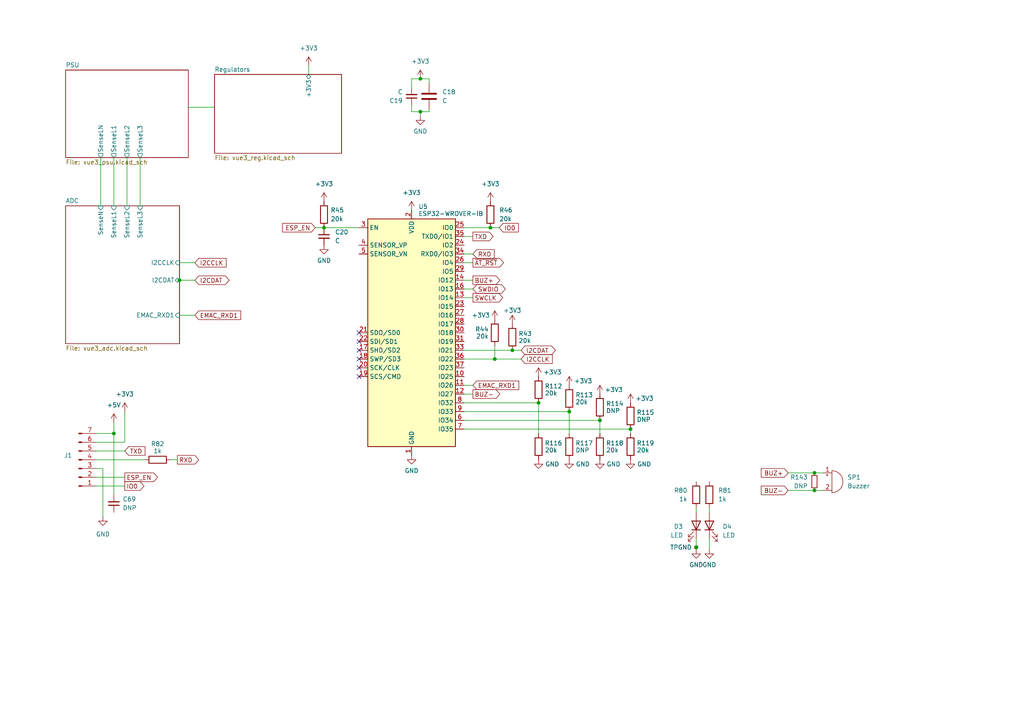
<source format=kicad_sch>
(kicad_sch (version 20230121) (generator eeschema)
  (paper "A4")
  (lib_symbols
    (symbol "Connector:Conn_01x07_Male" (pin_names (offset 1.016) hide)
      (property "Reference" "J" (at 0 10.16 0))
      (property "Value" "Conn_01x07_Male" (at 0 -10.16 0))
      (symbol "Conn_01x07_Male_1_1"
        (polyline (pts (xy 1.27 -7.62) (xy 0.8636 -7.62)) (stroke (width 0.1524)))
        (polyline (pts (xy 1.27 -5.08) (xy 0.8636 -5.08)) (stroke (width 0.1524)))
        (polyline (pts (xy 1.27 -2.54) (xy 0.8636 -2.54)) (stroke (width 0.1524)))
        (polyline (pts (xy 1.27 0) (xy 0.8636 0)) (stroke (width 0.1524)))
        (polyline (pts (xy 1.27 2.54) (xy 0.8636 2.54)) (stroke (width 0.1524)))
        (polyline (pts (xy 1.27 5.08) (xy 0.8636 5.08)) (stroke (width 0.1524)))
        (polyline (pts (xy 1.27 7.62) (xy 0.8636 7.62)) (stroke (width 0.1524)))
        (rectangle (start 0.8636 -7.493) (end 0 -7.747) (stroke (width 0.1524)) (fill (type outline)))
        (rectangle (start 0.8636 -4.953) (end 0 -5.207) (stroke (width 0.1524)) (fill (type outline)))
        (rectangle (start 0.8636 -2.413) (end 0 -2.667) (stroke (width 0.1524)) (fill (type outline)))
        (rectangle (start 0.8636 0.127) (end 0 -0.127) (stroke (width 0.1524)) (fill (type outline)))
        (rectangle (start 0.8636 2.667) (end 0 2.413) (stroke (width 0.1524)) (fill (type outline)))
        (rectangle (start 0.8636 5.207) (end 0 4.953) (stroke (width 0.1524)) (fill (type outline)))
        (rectangle (start 0.8636 7.747) (end 0 7.493) (stroke (width 0.1524)) (fill (type outline)))
        (pin passive line (at 5.08 7.62 180) (length 3.81) (name "Pin_1") (number "1"))
        (pin passive line (at 5.08 5.08 180) (length 3.81) (name "Pin_2") (number "2"))
        (pin passive line (at 5.08 2.54 180) (length 3.81) (name "Pin_3") (number "3"))
        (pin passive line (at 5.08 0 180) (length 3.81) (name "Pin_4") (number "4"))
        (pin passive line (at 5.08 -2.54 180) (length 3.81) (name "Pin_5") (number "5"))
        (pin passive line (at 5.08 -5.08 180) (length 3.81) (name "Pin_6") (number "6"))
        (pin passive line (at 5.08 -7.62 180) (length 3.81) (name "Pin_7") (number "7"))
      )
    )
    (symbol "Connector:TestPoint_Small" (pin_numbers hide) (pin_names (offset 0.762) hide)
      (property "Reference" "TP" (at 0 3.81 0))
      (property "Value" "TestPoint_Small" (at 0 2.032 0))
      (symbol "TestPoint_Small_0_1"
        (circle (center 0 0) (radius 0.508))
      )
      (symbol "TestPoint_Small_1_1"
        (pin passive line (at 0 0 90) (length 0) (name "1") (number "1"))
      )
    )
    (symbol "Device:Buzzer" (pin_names (offset 0.0254) hide)
      (property "Reference" "BZ" (at 3.81 1.27 0))
      (property "Value" "Buzzer" (at 3.81 -1.27 0))
      (symbol "Buzzer_0_1"
        (arc (start 0 -3.175) (mid 3.1612 0) (end 0 3.175))
        (polyline (pts (xy -1.651 1.905) (xy -1.143 1.905)))
        (polyline (pts (xy -1.397 2.159) (xy -1.397 1.651)))
        (polyline (pts (xy 0 3.175) (xy 0 -3.175)))
      )
      (symbol "Buzzer_1_1"
        (pin passive line (at -2.54 2.54 0) (length 2.54) (name "-") (number "1"))
        (pin passive line (at -2.54 -2.54 0) (length 2.54) (name "+") (number "2"))
      )
    )
    (symbol "Device:C" (pin_numbers hide) (pin_names (offset 0.254))
      (property "Reference" "C" (at 0.635 2.54 0))
      (property "Value" "C" (at 0.635 -2.54 0))
      (symbol "C_0_1"
        (polyline (pts (xy -2.032 -0.762) (xy 2.032 -0.762)) (stroke (width 0.508)))
        (polyline (pts (xy -2.032 0.762) (xy 2.032 0.762)) (stroke (width 0.508)))
      )
      (symbol "C_1_1"
        (pin passive line (at 0 3.81 270) (length 2.794) (name "~") (number "1"))
        (pin passive line (at 0 -3.81 90) (length 2.794) (name "~") (number "2"))
      )
    )
    (symbol "Device:C_Small" (pin_numbers hide) (pin_names (offset 0.254) hide)
      (property "Reference" "C" (at 0.254 1.778 0))
      (property "Value" "C_Small" (at 0.254 -2.032 0))
      (symbol "C_Small_0_1"
        (polyline (pts (xy -1.524 -0.508) (xy 1.524 -0.508)) (stroke (width 0.3302)))
        (polyline (pts (xy -1.524 0.508) (xy 1.524 0.508)) (stroke (width 0.3048)))
      )
      (symbol "C_Small_1_1"
        (pin passive line (at 0 2.54 270) (length 2.032) (name "~") (number "1"))
        (pin passive line (at 0 -2.54 90) (length 2.032) (name "~") (number "2"))
      )
    )
    (symbol "Device:LED" (pin_numbers hide) (pin_names (offset 1.016) hide)
      (property "Reference" "D" (at 0 2.54 0))
      (property "Value" "LED" (at 0 -2.54 0))
      (symbol "LED_0_1"
        (polyline (pts (xy -1.27 -1.27) (xy -1.27 1.27)) (stroke (width 0.254)))
        (polyline (pts (xy -1.27 0) (xy 1.27 0)))
        (polyline (pts (xy 1.27 -1.27) (xy 1.27 1.27) (xy -1.27 0) (xy 1.27 -1.27)) (stroke (width 0.254)))
        (polyline (pts (xy -3.048 -0.762) (xy -4.572 -2.286) (xy -3.81 -2.286) (xy -4.572 -2.286) (xy -4.572 -1.524)))
        (polyline (pts (xy -1.778 -0.762) (xy -3.302 -2.286) (xy -2.54 -2.286) (xy -3.302 -2.286) (xy -3.302 -1.524)))
      )
      (symbol "LED_1_1"
        (pin passive line (at -3.81 0 0) (length 2.54) (name "K") (number "1"))
        (pin passive line (at 3.81 0 180) (length 2.54) (name "A") (number "2"))
      )
    )
    (symbol "Device:R" (pin_numbers hide) (pin_names (offset 0))
      (property "Reference" "R" (at 2.032 0 90))
      (property "Value" "R" (at 0 0 90))
      (symbol "R_0_1"
        (rectangle (start -1.016 -2.54) (end 1.016 2.54) (stroke (width 0.254)))
      )
      (symbol "R_1_1"
        (pin passive line (at 0 3.81 270) (length 1.27) (name "~") (number "1"))
        (pin passive line (at 0 -3.81 90) (length 1.27) (name "~") (number "2"))
      )
    )
    (symbol "Device:R_Small" (pin_numbers hide) (pin_names (offset 0.254) hide)
      (property "Reference" "R" (at 0.762 0.508 0))
      (property "Value" "R_Small" (at 0.762 -1.016 0))
      (symbol "R_Small_0_1"
        (rectangle (start -0.762 1.778) (end 0.762 -1.778) (stroke (width 0.2032)))
      )
      (symbol "R_Small_1_1"
        (pin passive line (at 0 2.54 270) (length 0.762) (name "~") (number "1"))
        (pin passive line (at 0 -2.54 90) (length 0.762) (name "~") (number "2"))
      )
    )
    (symbol "RF_Module:ESP32-WROOM-32"
      (property "Reference" "U" (at -12.7 34.29 0))
      (property "Value" "ESP32-WROOM-32" (at 1.27 34.29 0))
      (symbol "ESP32-WROOM-32_0_1"
        (rectangle (start -12.7 33.02) (end 12.7 -33.02) (stroke (width 0.254)) (fill (type background)))
      )
      (symbol "ESP32-WROOM-32_1_1"
        (pin power_in line (at 0 -35.56 90) (length 2.54) (name "GND") (number "1"))
        (pin bidirectional line (at 15.24 -12.7 180) (length 2.54) (name "IO25") (number "10"))
        (pin bidirectional line (at 15.24 -15.24 180) (length 2.54) (name "IO26") (number "11"))
        (pin bidirectional line (at 15.24 -17.78 180) (length 2.54) (name "IO27") (number "12"))
        (pin bidirectional line (at 15.24 10.16 180) (length 2.54) (name "IO14") (number "13"))
        (pin bidirectional line (at 15.24 15.24 180) (length 2.54) (name "IO12") (number "14"))
        (pin passive line (at 0 -35.56 90) (length 2.54) hide (name "GND") (number "15"))
        (pin bidirectional line (at 15.24 12.7 180) (length 2.54) (name "IO13") (number "16"))
        (pin bidirectional line (at -15.24 -5.08 0) (length 2.54) (name "SHD/SD2") (number "17"))
        (pin bidirectional line (at -15.24 -7.62 0) (length 2.54) (name "SWP/SD3") (number "18"))
        (pin bidirectional line (at -15.24 -12.7 0) (length 2.54) (name "SCS/CMD") (number "19"))
        (pin power_in line (at 0 35.56 270) (length 2.54) (name "VDD") (number "2"))
        (pin bidirectional line (at -15.24 -10.16 0) (length 2.54) (name "SCK/CLK") (number "20"))
        (pin bidirectional line (at -15.24 0 0) (length 2.54) (name "SDO/SD0") (number "21"))
        (pin bidirectional line (at -15.24 -2.54 0) (length 2.54) (name "SDI/SD1") (number "22"))
        (pin bidirectional line (at 15.24 7.62 180) (length 2.54) (name "IO15") (number "23"))
        (pin bidirectional line (at 15.24 25.4 180) (length 2.54) (name "IO2") (number "24"))
        (pin bidirectional line (at 15.24 30.48 180) (length 2.54) (name "IO0") (number "25"))
        (pin bidirectional line (at 15.24 20.32 180) (length 2.54) (name "IO4") (number "26"))
        (pin bidirectional line (at 15.24 5.08 180) (length 2.54) (name "IO16") (number "27"))
        (pin bidirectional line (at 15.24 2.54 180) (length 2.54) (name "IO17") (number "28"))
        (pin bidirectional line (at 15.24 17.78 180) (length 2.54) (name "IO5") (number "29"))
        (pin input line (at -15.24 30.48 0) (length 2.54) (name "EN") (number "3"))
        (pin bidirectional line (at 15.24 0 180) (length 2.54) (name "IO18") (number "30"))
        (pin bidirectional line (at 15.24 -2.54 180) (length 2.54) (name "IO19") (number "31"))
        (pin no_connect line (at -12.7 -27.94 0) (length 2.54) hide (name "NC") (number "32"))
        (pin bidirectional line (at 15.24 -5.08 180) (length 2.54) (name "IO21") (number "33"))
        (pin bidirectional line (at 15.24 22.86 180) (length 2.54) (name "RXD0/IO3") (number "34"))
        (pin bidirectional line (at 15.24 27.94 180) (length 2.54) (name "TXD0/IO1") (number "35"))
        (pin bidirectional line (at 15.24 -7.62 180) (length 2.54) (name "IO22") (number "36"))
        (pin bidirectional line (at 15.24 -10.16 180) (length 2.54) (name "IO23") (number "37"))
        (pin passive line (at 0 -35.56 90) (length 2.54) hide (name "GND") (number "38"))
        (pin passive line (at 0 -35.56 90) (length 2.54) hide (name "GND") (number "39"))
        (pin input line (at -15.24 25.4 0) (length 2.54) (name "SENSOR_VP") (number "4"))
        (pin input line (at -15.24 22.86 0) (length 2.54) (name "SENSOR_VN") (number "5"))
        (pin input line (at 15.24 -25.4 180) (length 2.54) (name "IO34") (number "6"))
        (pin input line (at 15.24 -27.94 180) (length 2.54) (name "IO35") (number "7"))
        (pin bidirectional line (at 15.24 -20.32 180) (length 2.54) (name "IO32") (number "8"))
        (pin bidirectional line (at 15.24 -22.86 180) (length 2.54) (name "IO33") (number "9"))
      )
    )
    (symbol "power:+3.3V" (power) (pin_names (offset 0))
      (property "Value" "+3.3V" (at 0 3.556 0))
      (symbol "+3.3V_0_1"
        (polyline (pts (xy -0.762 1.27) (xy 0 2.54)))
        (polyline (pts (xy 0 0) (xy 0 2.54)))
        (polyline (pts (xy 0 2.54) (xy 0.762 1.27)))
      )
      (symbol "+3.3V_1_1"
        (pin power_in line (at 0 0 90) (length 0) hide (name "+3V3") (number "1"))
      )
    )
    (symbol "power:+3V3" (power) (pin_names (offset 0))
      (property "Value" "+3V3" (at 0 3.556 0))
      (symbol "+3V3_0_1"
        (polyline (pts (xy -0.762 1.27) (xy 0 2.54)))
        (polyline (pts (xy 0 0) (xy 0 2.54)))
        (polyline (pts (xy 0 2.54) (xy 0.762 1.27)))
      )
      (symbol "+3V3_1_1"
        (pin power_in line (at 0 0 90) (length 0) hide (name "+3V3") (number "1"))
      )
    )
    (symbol "power:+5V" (power) (pin_names (offset 0))
      (property "Value" "+5V" (at 0 3.556 0))
      (symbol "+5V_0_1"
        (polyline (pts (xy -0.762 1.27) (xy 0 2.54)))
        (polyline (pts (xy 0 0) (xy 0 2.54)))
        (polyline (pts (xy 0 2.54) (xy 0.762 1.27)))
      )
      (symbol "+5V_1_1"
        (pin power_in line (at 0 0 90) (length 0) hide (name "+5V") (number "1"))
      )
    )
    (symbol "power:GND" (power) (pin_names (offset 0))
      (property "Value" "GND" (at 0 -3.81 0))
      (symbol "GND_0_1"
        (polyline (pts (xy 0 0) (xy 0 -1.27) (xy 1.27 -1.27) (xy 0 -2.54) (xy -1.27 -1.27) (xy 0 -1.27)))
      )
      (symbol "GND_1_1"
        (pin power_in line (at 0 0 270) (length 0) hide (name "GND") (number "1"))
      )
    )
  )
  (junction (at 148.59 101.6))
  (junction (at 201.93 158.75))
  (junction (at 182.88 124.46))
  (junction (at 52.07 81.28))
  (junction (at 236.22 142.24))
  (junction (at 143.51 104.14))
  (junction (at 121.92 32.385))
  (junction (at 142.24 66.04))
  (junction (at 165.1 119.38))
  (junction (at 93.98 66.04))
  (junction (at 33.02 125.73))
  (junction (at 173.99 121.92))
  (junction (at 236.22 137.16))
  (junction (at 156.21 116.84))
  (junction (at 121.92 22.86))
  (no_connect (at 104.14 101.6))
  (no_connect (at 104.14 99.06))
  (no_connect (at 104.14 104.14))
  (no_connect (at 104.14 96.52))
  (no_connect (at 104.14 106.68))
  (no_connect (at 104.14 109.22))
  (wire (pts (xy 134.62 66.04) (xy 142.24 66.04)))
  (wire (pts (xy 33.02 45.72) (xy 33.02 59.69)))
  (wire (pts (xy 91.44 66.04) (xy 93.98 66.04)))
  (wire (pts (xy 182.88 125.73) (xy 182.88 124.46)))
  (wire (pts (xy 36.83 45.72) (xy 36.83 59.69)))
  (wire (pts (xy 27.94 135.89) (xy 29.845 135.89)))
  (wire (pts (xy 142.24 66.04) (xy 144.78 66.04)))
  (wire (pts (xy 201.93 156.21) (xy 201.93 158.75)))
  (wire (pts (xy 33.02 125.73) (xy 33.02 122.555)))
  (wire (pts (xy 137.16 73.66) (xy 134.62 73.66)))
  (wire (pts (xy 119.38 22.86) (xy 121.92 22.86)))
  (wire (pts (xy 156.21 116.84) (xy 156.21 125.73)))
  (wire (pts (xy 52.07 91.44) (xy 56.515 91.44)))
  (wire (pts (xy 51.435 133.35) (xy 49.53 133.35)))
  (wire (pts (xy 137.16 83.82) (xy 134.62 83.82)))
  (wire (pts (xy 151.13 104.14) (xy 143.51 104.14)))
  (wire (pts (xy 54.61 31.115) (xy 62.23 31.115)))
  (wire (pts (xy 36.195 130.81) (xy 27.94 130.81)))
  (wire (pts (xy 134.62 116.84) (xy 156.21 116.84)))
  (wire (pts (xy 119.38 30.48) (xy 119.38 32.385)))
  (wire (pts (xy 52.07 76.2) (xy 56.515 76.2)))
  (wire (pts (xy 137.16 114.3) (xy 134.62 114.3)))
  (wire (pts (xy 29.845 135.89) (xy 29.845 149.86)))
  (wire (pts (xy 151.13 101.6) (xy 148.59 101.6)))
  (wire (pts (xy 119.38 32.385) (xy 121.92 32.385)))
  (wire (pts (xy 137.16 76.2) (xy 134.62 76.2)))
  (wire (pts (xy 205.74 156.21) (xy 205.74 159.385)))
  (wire (pts (xy 134.62 121.92) (xy 173.99 121.92)))
  (wire (pts (xy 124.46 32.385) (xy 124.46 31.75)))
  (wire (pts (xy 27.94 125.73) (xy 33.02 125.73)))
  (wire (pts (xy 228.6 142.24) (xy 236.22 142.24)))
  (wire (pts (xy 33.02 125.73) (xy 33.02 143.51)))
  (wire (pts (xy 36.195 138.43) (xy 27.94 138.43)))
  (wire (pts (xy 51.435 81.28) (xy 52.07 81.28)))
  (wire (pts (xy 41.91 133.35) (xy 27.94 133.35)))
  (wire (pts (xy 201.93 147.32) (xy 201.93 148.59)))
  (wire (pts (xy 134.62 124.46) (xy 182.88 124.46)))
  (wire (pts (xy 121.92 32.385) (xy 121.92 33.655)))
  (wire (pts (xy 40.64 45.72) (xy 40.64 59.69)))
  (wire (pts (xy 134.62 119.38) (xy 165.1 119.38)))
  (wire (pts (xy 134.62 101.6) (xy 148.59 101.6)))
  (wire (pts (xy 124.46 22.86) (xy 121.92 22.86)))
  (wire (pts (xy 93.98 66.04) (xy 104.14 66.04)))
  (wire (pts (xy 121.92 32.385) (xy 124.46 32.385)))
  (wire (pts (xy 173.99 125.73) (xy 173.99 121.92)))
  (wire (pts (xy 119.38 25.4) (xy 119.38 22.86)))
  (wire (pts (xy 36.195 140.97) (xy 27.94 140.97)))
  (wire (pts (xy 124.46 24.13) (xy 124.46 22.86)))
  (wire (pts (xy 36.195 128.27) (xy 27.94 128.27)))
  (wire (pts (xy 236.22 137.16) (xy 238.76 137.16)))
  (wire (pts (xy 201.93 158.75) (xy 201.93 159.385)))
  (wire (pts (xy 52.07 81.28) (xy 56.515 81.28)))
  (wire (pts (xy 165.1 125.73) (xy 165.1 119.38)))
  (wire (pts (xy 36.195 119.38) (xy 36.195 128.27)))
  (wire (pts (xy 143.51 104.14) (xy 143.51 100.33)))
  (wire (pts (xy 137.16 111.76) (xy 134.62 111.76)))
  (wire (pts (xy 134.62 104.14) (xy 143.51 104.14)))
  (wire (pts (xy 137.16 81.28) (xy 134.62 81.28)))
  (wire (pts (xy 228.6 137.16) (xy 236.22 137.16)))
  (wire (pts (xy 29.21 45.72) (xy 29.21 59.69)))
  (wire (pts (xy 137.16 86.36) (xy 134.62 86.36)))
  (wire (pts (xy 137.16 68.58) (xy 134.62 68.58)))
  (wire (pts (xy 205.74 147.32) (xy 205.74 148.59)))
  (wire (pts (xy 236.22 142.24) (xy 238.76 142.24)))
  (wire (pts (xy 89.535 19.05) (xy 89.535 21.59)))
  (global_label "EMAC_RXD1" (shape input) (at 56.515 91.44 0) (property "Intersheetrefs" "${INTERSHEET_REFS}" (effects hide)))
  (global_label "I2CDAT" (shape bidirectional) (at 56.515 81.28 0) (property "Intersheetrefs" "${INTERSHEET_REFS}" (effects hide)))
  (global_label "EMAC_RXD1" (shape input) (at 137.16 111.76 0) (property "Intersheetrefs" "${INTERSHEET_REFS}" (effects hide)))
  (global_label "IO0" (shape output) (at 36.195 140.97 0) (property "Intersheetrefs" "${INTERSHEET_REFS}" (effects hide)))
  (global_label "TXD" (shape output) (at 137.16 68.58 0) (property "Intersheetrefs" "${INTERSHEET_REFS}" (effects hide)))
  (global_label "BUZ-" (shape input) (at 228.6 142.24 180) (property "Intersheetrefs" "${INTERSHEET_REFS}" (effects hide)))
  (global_label "TXD" (shape input) (at 36.195 130.81 0) (property "Intersheetrefs" "${INTERSHEET_REFS}" (effects hide)))
  (global_label "BUZ-" (shape output) (at 137.16 114.3 0) (property "Intersheetrefs" "${INTERSHEET_REFS}" (effects hide)))
  (global_label "I2CCLK" (shape input) (at 56.515 76.2 0) (property "Intersheetrefs" "${INTERSHEET_REFS}" (effects hide)))
  (global_label "ESP_EN" (shape output) (at 36.195 138.43 0) (property "Intersheetrefs" "${INTERSHEET_REFS}" (effects hide)))
  (global_label "SWCLK" (shape output) (at 137.16 86.36 0) (property "Intersheetrefs" "${INTERSHEET_REFS}" (effects hide)))
  (global_label "I2CCLK" (shape input) (at 151.13 104.14 0) (property "Intersheetrefs" "${INTERSHEET_REFS}" (effects hide)))
  (global_label "RXD" (shape output) (at 51.435 133.35 0) (property "Intersheetrefs" "${INTERSHEET_REFS}" (effects hide)))
  (global_label "~{AT_RST}" (shape output) (at 137.16 76.2 0) (property "Intersheetrefs" "${INTERSHEET_REFS}" (effects hide)))
  (global_label "RXD" (shape input) (at 137.16 73.66 0) (property "Intersheetrefs" "${INTERSHEET_REFS}" (effects hide)))
  (global_label "BUZ+" (shape input) (at 228.6 137.16 180) (property "Intersheetrefs" "${INTERSHEET_REFS}" (effects hide)))
  (global_label "I2CDAT" (shape bidirectional) (at 151.13 101.6 0) (property "Intersheetrefs" "${INTERSHEET_REFS}" (effects hide)))
  (global_label "IO0" (shape input) (at 144.78 66.04 0) (property "Intersheetrefs" "${INTERSHEET_REFS}" (effects hide)))
  (global_label "SWDIO" (shape bidirectional) (at 137.16 83.82 0) (property "Intersheetrefs" "${INTERSHEET_REFS}" (effects hide)))
  (global_label "BUZ+" (shape output) (at 137.16 81.28 0) (property "Intersheetrefs" "${INTERSHEET_REFS}" (effects hide)))
  (global_label "ESP_EN" (shape input) (at 91.44 66.04 180) (property "Intersheetrefs" "${INTERSHEET_REFS}" (effects hide)))
  (symbol (lib_id "Device:R") (at 182.88 129.54 0) (unit 1)
    (property "Reference" "R119" (at 184.658 128.516 0) (effects (justify left)))
    (property "Value" "20k" (at 184.658 130.564 0) (effects (justify left)))
  )
  (symbol (lib_id "power:GND") (at 29.845 149.86 0) (mirror y) (unit 1)
    (property "Reference" "#PWR?" (effects hide))
    (property "Value" "GND" (at 29.845 154.94 0))
  )
  (symbol (lib_id "Device:R_Small") (at 236.22 139.7 0) (mirror x) (unit 1)
    (property "Reference" "R143" (at 234.315 138.4299 0) (effects (justify right)))
    (property "Value" "DNP" (at 234.315 140.9699 0) (effects (justify right)))
  )
  (symbol (lib_id "power:GND") (at 201.93 159.385 0) (unit 1)
    (property "Reference" "#PWR?" (effects hide))
    (property "Value" "GND" (at 201.93 163.83 0))
  )
  (symbol (lib_id "power:+3V3") (at 173.99 114.3 0) (unit 1)
    (property "Reference" "#PWR?" (effects hide))
    (property "Value" "+3V3" (at 175.387 113.03 0) (effects (justify left)))
  )
  (symbol (lib_id "Connector:TestPoint_Small") (at 201.93 158.75 0) (mirror x) (unit 1)
    (property "Reference" "TPGND" (at 200.66 158.7499 0) (effects (justify right)))
    (property "Value" "TestPoint_Small" (effects hide))
  )
  (symbol (lib_id "Device:R") (at 173.99 129.54 0) (unit 1)
    (property "Reference" "R118" (at 175.768 128.516 0) (effects (justify left)))
    (property "Value" "20k" (at 175.768 130.564 0) (effects (justify left)))
  )
  (symbol (lib_id "Connector:Conn_01x07_Male") (at 22.86 133.35 0) (mirror x) (unit 1)
    (property "Reference" "J1" (at 20.955 132.0799 0) (effects (justify right)))
    (property "Value" "Conn_01x07_Male" (effects hide))
  )
  (symbol (lib_id "Device:C_Small") (at 93.98 68.58 0) (unit 1)
    (property "Reference" "C20" (at 97.155 67.3162 0) (effects (justify left)))
    (property "Value" "C" (at 97.155 69.8562 0) (effects (justify left)))
  )
  (symbol (lib_id "Device:R") (at 205.74 143.51 0) (unit 1)
    (property "Reference" "R81" (at 208.28 142.2399 0) (effects (justify left)))
    (property "Value" "1k" (at 208.28 144.7799 0) (effects (justify left)))
  )
  (symbol (lib_id "power:+3V3") (at 182.88 116.84 0) (mirror y) (unit 1)
    (property "Reference" "#PWR?" (effects hide))
    (property "Value" "+3V3" (at 184.277 115.57 0) (effects (justify right)))
  )
  (symbol (lib_id "Device:C") (at 124.46 27.94 0) (unit 1)
    (property "Reference" "C18" (at 128.27 26.6699 0) (effects (justify left)))
    (property "Value" "C" (at 128.27 29.2099 0) (effects (justify left)))
  )
  (symbol (lib_id "power:GND") (at 173.99 133.35 0) (unit 1)
    (property "Reference" "#PWR?" (effects hide))
    (property "Value" "GND" (at 175.895 134.62 0) (effects (justify left)))
  )
  (symbol (lib_id "power:+3V3") (at 143.51 92.71 0) (unit 1)
    (property "Reference" "#PWR05" (effects hide))
    (property "Value" "+3V3" (at 142.113 91.44 0) (effects (justify right)))
  )
  (symbol (lib_id "Device:R") (at 165.1 129.54 0) (unit 1)
    (property "Reference" "R117" (at 166.878 128.516 0) (effects (justify left)))
    (property "Value" "DNP" (at 166.878 130.564 0) (effects (justify left)))
  )
  (symbol (lib_id "power:+3V3") (at 165.1 111.76 0) (mirror y) (unit 1)
    (property "Reference" "#PWR?" (effects hide))
    (property "Value" "+3V3" (at 166.497 110.49 0) (effects (justify right)))
  )
  (symbol (lib_id "RF_Module:ESP32-WROOM-32") (at 119.38 96.52 0) (unit 1)
    (property "Reference" "U5" (at 121.3359 59.92 0) (effects (justify left)))
    (property "Value" "ESP32-WROVER-IB" (at 121.3359 61.968 0) (effects (justify left)))
    (property "Footprint" "RF_Module:ESP32-WROOM-32" (effects hide))
    (property "Datasheet" "https://www.espressif.com/sites/default/files/documentation/esp32-wroom-32_datasheet_en.pdf" (effects hide))
  )
  (symbol (lib_id "power:+3V3") (at 148.59 93.98 0) (unit 1)
    (property "Reference" "#PWR04" (effects hide))
    (property "Value" "+3V3" (at 148.59 90.035 0))
  )
  (symbol (lib_id "power:+3V3") (at 119.38 60.96 0) (unit 1)
    (property "Reference" "#PWR02" (effects hide))
    (property "Value" "+3V3" (at 119.38 55.88 0))
  )
  (symbol (lib_id "power:+3V3") (at 89.535 19.05 0) (unit 1)
    (property "Reference" "#PWR?" (effects hide))
    (property "Value" "+3V3" (at 89.535 13.97 0))
  )
  (symbol (lib_id "power:+5V") (at 33.02 122.555 0) (mirror y) (unit 1)
    (property "Reference" "#PWR?" (effects hide))
    (property "Value" "+5V" (at 33.02 117.475 0))
  )
  (symbol (lib_id "Device:R") (at 45.72 133.35 270) (mirror x) (unit 1)
    (property "Reference" "R82" (at 45.72 128.754 90))
    (property "Value" "1k" (at 45.72 130.802 90))
  )
  (symbol (lib_id "Device:R") (at 156.21 113.03 0) (unit 1)
    (property "Reference" "R112" (at 157.988 112.006 0) (effects (justify left)))
    (property "Value" "20k" (at 157.988 114.054 0) (effects (justify left)))
  )
  (symbol (lib_id "power:GND") (at 119.38 132.08 0) (unit 1)
    (property "Reference" "#PWR01" (effects hide))
    (property "Value" "GND" (at 119.38 136.525 0))
  )
  (symbol (lib_id "power:GND") (at 182.88 133.35 0) (mirror y) (unit 1)
    (property "Reference" "#PWR?" (effects hide))
    (property "Value" "GND" (at 184.785 134.62 0) (effects (justify right)))
  )
  (symbol (lib_id "Device:R") (at 143.51 96.52 0) (mirror x) (unit 1)
    (property "Reference" "R44" (at 141.732 95.496 0) (effects (justify right)))
    (property "Value" "20k" (at 141.732 97.544 0) (effects (justify right)))
  )
  (symbol (lib_id "Device:R") (at 156.21 129.54 180) (unit 1)
    (property "Reference" "R116" (at 157.988 128.516 0) (effects (justify right)))
    (property "Value" "20k" (at 157.988 130.564 0) (effects (justify right)))
  )
  (symbol (lib_id "Device:R") (at 142.24 62.23 0) (unit 1)
    (property "Reference" "R46" (at 144.78 60.9599 0) (effects (justify left)))
    (property "Value" "20k" (at 144.78 63.4999 0) (effects (justify left)))
  )
  (symbol (lib_id "power:GND") (at 121.92 33.655 0) (unit 1)
    (property "Reference" "#PWR?" (effects hide))
    (property "Value" "GND" (at 121.92 38.1 0))
  )
  (symbol (lib_id "power:GND") (at 156.21 133.35 0) (mirror y) (unit 1)
    (property "Reference" "#PWR?" (effects hide))
    (property "Value" "GND" (at 158.115 134.62 0) (effects (justify right)))
  )
  (symbol (lib_id "power:GND") (at 165.1 133.35 0) (mirror y) (unit 1)
    (property "Reference" "#PWR?" (effects hide))
    (property "Value" "GND" (at 167.005 134.62 0) (effects (justify right)))
  )
  (symbol (lib_id "Device:R") (at 201.93 143.51 0) (mirror x) (unit 1)
    (property "Reference" "R80" (at 199.39 142.2399 0) (effects (justify right)))
    (property "Value" "1k" (at 199.39 144.7799 0) (effects (justify right)))
  )
  (symbol (lib_id "Device:Buzzer") (at 241.3 139.7 0) (unit 1)
    (property "Reference" "SP1" (at 245.745 138.4299 0) (effects (justify left)))
    (property "Value" "Buzzer" (at 245.745 140.9699 0) (effects (justify left)))
  )
  (symbol (lib_id "power:+3V3") (at 142.24 58.42 0) (unit 1)
    (property "Reference" "#PWR?" (effects hide))
    (property "Value" "+3V3" (at 142.24 53.34 0))
  )
  (symbol (lib_id "power:+3V3") (at 156.21 109.22 0) (mirror y) (unit 1)
    (property "Reference" "#PWR?" (effects hide))
    (property "Value" "+3V3" (at 157.607 107.95 0) (effects (justify right)))
  )
  (symbol (lib_id "Device:C_Small") (at 33.02 146.05 180) (unit 1)
    (property "Reference" "C69" (at 35.56 144.7735 0) (effects (justify right)))
    (property "Value" "DNP" (at 35.56 147.3135 0) (effects (justify right)))
  )
  (symbol (lib_id "Device:C_Small") (at 119.38 27.94 0) (mirror x) (unit 1)
    (property "Reference" "C19" (at 116.84 29.2038 0) (effects (justify right)))
    (property "Value" "C" (at 116.84 26.6638 0) (effects (justify right)))
  )
  (symbol (lib_id "Device:R") (at 93.98 62.23 0) (unit 1)
    (property "Reference" "R45" (at 95.885 60.9599 0) (effects (justify left)))
    (property "Value" "20k" (at 95.885 63.4999 0) (effects (justify left)))
  )
  (symbol (lib_id "power:GND") (at 205.74 159.385 0) (unit 1)
    (property "Reference" "#PWR?" (effects hide))
    (property "Value" "GND" (at 205.74 163.83 0))
  )
  (symbol (lib_id "power:+3V3") (at 93.98 58.42 0) (unit 1)
    (property "Reference" "#PWR?" (effects hide))
    (property "Value" "+3V3" (at 93.98 53.34 0))
  )
  (symbol (lib_id "Device:LED") (at 201.93 152.4 270) (mirror x) (unit 1)
    (property "Reference" "D3" (at 198.12 152.7174 90) (effects (justify right)))
    (property "Value" "LED" (at 198.12 155.2574 90) (effects (justify right)))
  )
  (symbol (lib_id "Device:R") (at 165.1 115.57 0) (unit 1)
    (property "Reference" "R113" (at 166.878 114.546 0) (effects (justify left)))
    (property "Value" "20k" (at 166.878 116.594 0) (effects (justify left)))
  )
  (symbol (lib_id "power:+3.3V") (at 36.195 119.38 0) (mirror y) (unit 1)
    (property "Reference" "#PWR?" (effects hide))
    (property "Value" "+3.3V" (at 36.195 114.3 0))
  )
  (symbol (lib_id "Device:R") (at 173.99 118.11 180) (unit 1)
    (property "Reference" "R114" (at 175.768 117.086 0) (effects (justify right)))
    (property "Value" "DNP" (at 175.768 119.134 0) (effects (justify right)))
  )
  (symbol (lib_id "power:+3V3") (at 121.92 22.86 0) (unit 1)
    (property "Reference" "#PWR?" (effects hide))
    (property "Value" "+3V3" (at 121.92 17.78 0))
  )
  (symbol (lib_id "power:GND") (at 93.98 71.12 0) (mirror y) (unit 1)
    (property "Reference" "#PWR03" (effects hide))
    (property "Value" "GND" (at 93.98 75.565 0))
  )
  (symbol (lib_id "Device:R") (at 182.88 120.65 0) (unit 1)
    (property "Reference" "R115" (at 184.658 119.626 0) (effects (justify left)))
    (property "Value" "DNP" (at 184.658 121.674 0) (effects (justify left)))
  )
  (symbol (lib_id "Device:LED") (at 205.74 152.4 90) (unit 1)
    (property "Reference" "D4" (at 209.55 152.7174 90) (effects (justify right)))
    (property "Value" "LED" (at 209.55 155.2574 90) (effects (justify right)))
  )
  (symbol (lib_id "Device:R") (at 148.59 97.79 0) (unit 1)
    (property "Reference" "R43" (at 150.368 96.766 0) (effects (justify left)))
    (property "Value" "20k" (at 150.368 98.814 0) (effects (justify left)))
  )
  (sheet (at 19.05 20.32) (size 35.56 25.4) (stroke (width 0.1524))
    (property "Sheetname" "PSU" (at 19.05 19.6084 0) (effects (justify left bottom)))
    (property "Sheetfile" "vue3_psu.kicad_sch" (at 19.05 46.3046 0) (effects (justify left top)))
    (pin "SenseLN" output (at 29.21 45.72 270))
    (pin "SenseL1" output (at 33.02 45.72 270))
    (pin "SenseL2" output (at 36.83 45.72 270))
    (pin "SenseL3" output (at 40.64 45.72 270))
  )
  (sheet (at 19.05 59.69) (size 33.02 40.005) (stroke (width 0.1524))
    (property "Sheetname" "ADC" (at 19.05 58.9784 0) (effects (justify left bottom)))
    (property "Sheetfile" "vue3_adc.kicad_sch" (at 19.05 100.2796 0) (effects (justify left top)))
    (pin "SenseL1" input (at 33.02 59.69 90))
    (pin "SenseL2" input (at 36.83 59.69 90))
    (pin "SenseL3" input (at 40.64 59.69 90))
    (pin "SenseN" input (at 29.21 59.69 90))
    (pin "I2CCLK" input (at 52.07 76.2 0))
    (pin "I2CDAT" bidirectional (at 52.07 81.28 0))
    (pin "EMAC_RXD1" input (at 52.07 91.44 0))
  )
  (sheet (at 62.23 21.59) (size 36.83 22.86) (stroke (width 0.1524))
    (property "Sheetname" "Regulators" (at 62.23 20.8784 0) (effects (justify left bottom)))
    (property "Sheetfile" "vue3_reg.kicad_sch" (at 62.23 45.0346 0) (effects (justify left top)))
    (pin "+3V3" bidirectional (at 89.535 21.59 90))
  )
)
</source>
